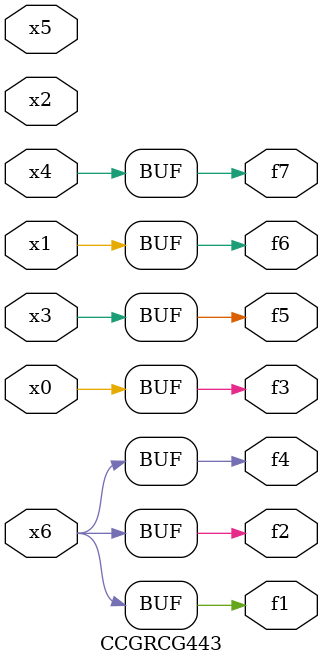
<source format=v>
module CCGRCG443(
	input x0, x1, x2, x3, x4, x5, x6,
	output f1, f2, f3, f4, f5, f6, f7
);
	assign f1 = x6;
	assign f2 = x6;
	assign f3 = x0;
	assign f4 = x6;
	assign f5 = x3;
	assign f6 = x1;
	assign f7 = x4;
endmodule

</source>
